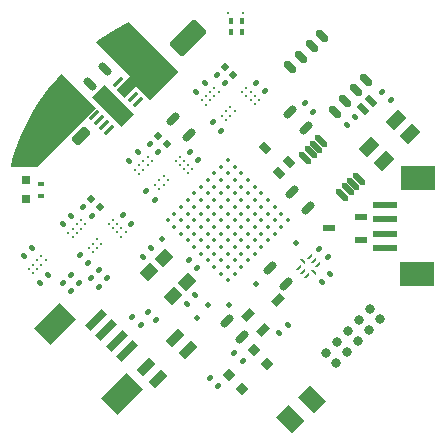
<source format=gtp>
G04*
G04 #@! TF.GenerationSoftware,Altium Limited,Altium Designer,20.0.13 (296)*
G04*
G04 Layer_Color=8421504*
%FSLAX44Y44*%
%MOMM*%
G71*
G01*
G75*
G04:AMPARAMS|DCode=19|XSize=0.4mm|YSize=0.5mm|CornerRadius=0.05mm|HoleSize=0mm|Usage=FLASHONLY|Rotation=45.000|XOffset=0mm|YOffset=0mm|HoleType=Round|Shape=RoundedRectangle|*
%AMROUNDEDRECTD19*
21,1,0.4000,0.4000,0,0,45.0*
21,1,0.3000,0.5000,0,0,45.0*
1,1,0.1000,0.2475,-0.0354*
1,1,0.1000,0.0354,-0.2475*
1,1,0.1000,-0.2475,0.0354*
1,1,0.1000,-0.0354,0.2475*
%
%ADD19ROUNDEDRECTD19*%
G04:AMPARAMS|DCode=20|XSize=0.7mm|YSize=1.25mm|CornerRadius=0.175mm|HoleSize=0mm|Usage=FLASHONLY|Rotation=135.000|XOffset=0mm|YOffset=0mm|HoleType=Round|Shape=RoundedRectangle|*
%AMROUNDEDRECTD20*
21,1,0.7000,0.9000,0,0,135.0*
21,1,0.3500,1.2500,0,0,135.0*
1,1,0.3500,0.1945,0.4419*
1,1,0.3500,0.4419,0.1945*
1,1,0.3500,-0.1945,-0.4419*
1,1,0.3500,-0.4419,-0.1945*
%
%ADD20ROUNDEDRECTD20*%
G04:AMPARAMS|DCode=21|XSize=0.4mm|YSize=0.5mm|CornerRadius=0.05mm|HoleSize=0mm|Usage=FLASHONLY|Rotation=180.000|XOffset=0mm|YOffset=0mm|HoleType=Round|Shape=RoundedRectangle|*
%AMROUNDEDRECTD21*
21,1,0.4000,0.4000,0,0,180.0*
21,1,0.3000,0.5000,0,0,180.0*
1,1,0.1000,-0.1500,0.2000*
1,1,0.1000,0.1500,0.2000*
1,1,0.1000,0.1500,-0.2000*
1,1,0.1000,-0.1500,-0.2000*
%
%ADD21ROUNDEDRECTD21*%
G04:AMPARAMS|DCode=22|XSize=0.4mm|YSize=0.5mm|CornerRadius=0.05mm|HoleSize=0mm|Usage=FLASHONLY|Rotation=315.000|XOffset=0mm|YOffset=0mm|HoleType=Round|Shape=RoundedRectangle|*
%AMROUNDEDRECTD22*
21,1,0.4000,0.4000,0,0,315.0*
21,1,0.3000,0.5000,0,0,315.0*
1,1,0.1000,-0.0354,-0.2475*
1,1,0.1000,-0.2475,-0.0354*
1,1,0.1000,0.0354,0.2475*
1,1,0.1000,0.2475,0.0354*
%
%ADD22ROUNDEDRECTD22*%
%ADD23P,1.1314X4X360.0*%
%ADD24C,0.5000*%
G04:AMPARAMS|DCode=25|XSize=0.7mm|YSize=1.25mm|CornerRadius=0.175mm|HoleSize=0mm|Usage=FLASHONLY|Rotation=45.000|XOffset=0mm|YOffset=0mm|HoleType=Round|Shape=RoundedRectangle|*
%AMROUNDEDRECTD25*
21,1,0.7000,0.9000,0,0,45.0*
21,1,0.3500,1.2500,0,0,45.0*
1,1,0.3500,0.4419,-0.1945*
1,1,0.3500,0.1945,-0.4419*
1,1,0.3500,-0.4419,0.1945*
1,1,0.3500,-0.1945,0.4419*
%
%ADD25ROUNDEDRECTD25*%
%ADD26C,0.3500*%
G04:AMPARAMS|DCode=27|XSize=0.2mm|YSize=0.5mm|CornerRadius=0.05mm|HoleSize=0mm|Usage=FLASHONLY|Rotation=315.000|XOffset=0mm|YOffset=0mm|HoleType=Round|Shape=RoundedRectangle|*
%AMROUNDEDRECTD27*
21,1,0.2000,0.4000,0,0,315.0*
21,1,0.1000,0.5000,0,0,315.0*
1,1,0.1000,-0.1061,-0.1768*
1,1,0.1000,-0.1768,-0.1061*
1,1,0.1000,0.1061,0.1768*
1,1,0.1000,0.1768,0.1061*
%
%ADD27ROUNDEDRECTD27*%
G04:AMPARAMS|DCode=28|XSize=0.2mm|YSize=0.5mm|CornerRadius=0.05mm|HoleSize=0mm|Usage=FLASHONLY|Rotation=45.000|XOffset=0mm|YOffset=0mm|HoleType=Round|Shape=RoundedRectangle|*
%AMROUNDEDRECTD28*
21,1,0.2000,0.4000,0,0,45.0*
21,1,0.1000,0.5000,0,0,45.0*
1,1,0.1000,0.1768,-0.1061*
1,1,0.1000,0.1061,-0.1768*
1,1,0.1000,-0.1768,0.1061*
1,1,0.1000,-0.1061,0.1768*
%
%ADD28ROUNDEDRECTD28*%
G04:AMPARAMS|DCode=29|XSize=0.6mm|YSize=1.05mm|CornerRadius=0mm|HoleSize=0mm|Usage=FLASHONLY|Rotation=135.000|XOffset=0mm|YOffset=0mm|HoleType=Round|Shape=Rectangle|*
%AMROTATEDRECTD29*
4,1,4,0.5834,0.1591,-0.1591,-0.5834,-0.5834,-0.1591,0.1591,0.5834,0.5834,0.1591,0.0*
%
%ADD29ROTATEDRECTD29*%

%ADD30C,0.3000*%
%ADD31C,0.2000*%
G04:AMPARAMS|DCode=32|XSize=0.5mm|YSize=1.35mm|CornerRadius=0mm|HoleSize=0mm|Usage=FLASHONLY|Rotation=45.000|XOffset=0mm|YOffset=0mm|HoleType=Round|Shape=Round|*
%AMOVALD32*
21,1,0.8500,0.5000,0.0000,0.0000,135.0*
1,1,0.5000,0.3005,-0.3005*
1,1,0.5000,-0.3005,0.3005*
%
%ADD32OVALD32*%

%ADD33P,0.7071X4X180.0*%
G04:AMPARAMS|DCode=34|XSize=0.9mm|YSize=1.6mm|CornerRadius=0.225mm|HoleSize=0mm|Usage=FLASHONLY|Rotation=315.000|XOffset=0mm|YOffset=0mm|HoleType=Round|Shape=RoundedRectangle|*
%AMROUNDEDRECTD34*
21,1,0.9000,1.1500,0,0,315.0*
21,1,0.4500,1.6000,0,0,315.0*
1,1,0.4500,-0.2475,-0.5657*
1,1,0.4500,-0.5657,-0.2475*
1,1,0.4500,0.2475,0.5657*
1,1,0.4500,0.5657,0.2475*
%
%ADD34ROUNDEDRECTD34*%
G04:AMPARAMS|DCode=35|XSize=1mm|YSize=0.3mm|CornerRadius=0.075mm|HoleSize=0mm|Usage=FLASHONLY|Rotation=225.000|XOffset=0mm|YOffset=0mm|HoleType=Round|Shape=RoundedRectangle|*
%AMROUNDEDRECTD35*
21,1,1.0000,0.1500,0,0,225.0*
21,1,0.8500,0.3000,0,0,225.0*
1,1,0.1500,-0.3536,-0.2475*
1,1,0.1500,0.2475,0.3536*
1,1,0.1500,0.3536,0.2475*
1,1,0.1500,-0.2475,-0.3536*
%
%ADD35ROUNDEDRECTD35*%
G04:AMPARAMS|DCode=36|XSize=3.5mm|YSize=1.5mm|CornerRadius=0mm|HoleSize=0mm|Usage=FLASHONLY|Rotation=315.000|XOffset=0mm|YOffset=0mm|HoleType=Round|Shape=Rectangle|*
%AMROTATEDRECTD36*
4,1,4,-1.7678,0.7071,-0.7071,1.7678,1.7678,-0.7071,0.7071,-1.7678,-1.7678,0.7071,0.0*
%
%ADD36ROTATEDRECTD36*%

%ADD37R,0.8000X0.8000*%
G04:AMPARAMS|DCode=38|XSize=0.4mm|YSize=0.5mm|CornerRadius=0.05mm|HoleSize=0mm|Usage=FLASHONLY|Rotation=90.000|XOffset=0mm|YOffset=0mm|HoleType=Round|Shape=RoundedRectangle|*
%AMROUNDEDRECTD38*
21,1,0.4000,0.4000,0,0,90.0*
21,1,0.3000,0.5000,0,0,90.0*
1,1,0.1000,0.2000,0.1500*
1,1,0.1000,0.2000,-0.1500*
1,1,0.1000,-0.2000,-0.1500*
1,1,0.1000,-0.2000,0.1500*
%
%ADD38ROUNDEDRECTD38*%
G04:AMPARAMS|DCode=39|XSize=3mm|YSize=1.6mm|CornerRadius=0.2mm|HoleSize=0mm|Usage=FLASHONLY|Rotation=225.000|XOffset=0mm|YOffset=0mm|HoleType=Round|Shape=RoundedRectangle|*
%AMROUNDEDRECTD39*
21,1,3.0000,1.2000,0,0,225.0*
21,1,2.6000,1.6000,0,0,225.0*
1,1,0.4000,-1.3435,-0.4950*
1,1,0.4000,0.4950,1.3435*
1,1,0.4000,1.3435,0.4950*
1,1,0.4000,-0.4950,-1.3435*
%
%ADD39ROUNDEDRECTD39*%
G04:AMPARAMS|DCode=40|XSize=0.65mm|YSize=1.3mm|CornerRadius=0mm|HoleSize=0mm|Usage=FLASHONLY|Rotation=45.000|XOffset=0mm|YOffset=0mm|HoleType=Round|Shape=Round|*
%AMOVALD40*
21,1,0.6500,0.6500,0.0000,0.0000,135.0*
1,1,0.6500,0.2298,-0.2298*
1,1,0.6500,-0.2298,0.2298*
%
%ADD40OVALD40*%

G04:AMPARAMS|DCode=41|XSize=0.5mm|YSize=1mm|CornerRadius=0mm|HoleSize=0mm|Usage=FLASHONLY|Rotation=225.000|XOffset=0mm|YOffset=0mm|HoleType=Round|Shape=Rectangle|*
%AMROTATEDRECTD41*
4,1,4,-0.1768,0.5303,0.5303,-0.1768,0.1768,-0.5303,-0.5303,0.1768,-0.1768,0.5303,0.0*
%
%ADD41ROTATEDRECTD41*%

%ADD42R,3.0000X2.0000*%
%ADD43R,2.0000X0.6000*%
G04:AMPARAMS|DCode=44|XSize=1mm|YSize=1.5mm|CornerRadius=0mm|HoleSize=0mm|Usage=FLASHONLY|Rotation=135.000|XOffset=0mm|YOffset=0mm|HoleType=Round|Shape=Rectangle|*
%AMROTATEDRECTD44*
4,1,4,0.8839,0.1768,-0.1768,-0.8839,-0.8839,-0.1768,0.1768,0.8839,0.8839,0.1768,0.0*
%
%ADD44ROTATEDRECTD44*%

G04:AMPARAMS|DCode=45|XSize=2mm|YSize=3mm|CornerRadius=0mm|HoleSize=0mm|Usage=FLASHONLY|Rotation=315.000|XOffset=0mm|YOffset=0mm|HoleType=Round|Shape=Rectangle|*
%AMROTATEDRECTD45*
4,1,4,-1.7678,-0.3536,0.3536,1.7678,1.7678,0.3536,-0.3536,-1.7678,-1.7678,-0.3536,0.0*
%
%ADD45ROTATEDRECTD45*%

G04:AMPARAMS|DCode=46|XSize=0.6mm|YSize=2mm|CornerRadius=0mm|HoleSize=0mm|Usage=FLASHONLY|Rotation=315.000|XOffset=0mm|YOffset=0mm|HoleType=Round|Shape=Rectangle|*
%AMROTATEDRECTD46*
4,1,4,-0.9192,-0.4950,0.4950,0.9192,0.9192,0.4950,-0.4950,-0.9192,-0.9192,-0.4950,0.0*
%
%ADD46ROTATEDRECTD46*%

G04:AMPARAMS|DCode=47|XSize=0.8mm|YSize=1.5mm|CornerRadius=0mm|HoleSize=0mm|Usage=FLASHONLY|Rotation=135.000|XOffset=0mm|YOffset=0mm|HoleType=Round|Shape=Rectangle|*
%AMROTATEDRECTD47*
4,1,4,0.8132,0.2475,-0.2475,-0.8132,-0.8132,-0.2475,0.2475,0.8132,0.8132,0.2475,0.0*
%
%ADD47ROTATEDRECTD47*%

G04:AMPARAMS|DCode=48|XSize=1mm|YSize=1.2mm|CornerRadius=0mm|HoleSize=0mm|Usage=FLASHONLY|Rotation=135.000|XOffset=0mm|YOffset=0mm|HoleType=Round|Shape=Rectangle|*
%AMROTATEDRECTD48*
4,1,4,0.7778,0.0707,-0.0707,-0.7778,-0.7778,-0.0707,0.0707,0.7778,0.7778,0.0707,0.0*
%
%ADD48ROTATEDRECTD48*%

%ADD49C,0.8000*%
%ADD50R,1.0500X0.6000*%
G04:AMPARAMS|DCode=51|XSize=0.6mm|YSize=0.9mm|CornerRadius=0mm|HoleSize=0mm|Usage=FLASHONLY|Rotation=225.000|XOffset=0mm|YOffset=0mm|HoleType=Round|Shape=Rectangle|*
%AMROTATEDRECTD51*
4,1,4,-0.1061,0.5303,0.5303,-0.1061,0.1061,-0.5303,-0.5303,0.1061,-0.1061,0.5303,0.0*
%
%ADD51ROTATEDRECTD51*%

G36*
X1510012Y925098D02*
X1499512Y914598D01*
X1486012Y928098D01*
X1496512Y938598D01*
X1510012Y925098D01*
D02*
G37*
G36*
X1491987Y907902D02*
X1481487Y897402D01*
X1467988Y910902D01*
X1478487Y921402D01*
X1491987Y907902D01*
D02*
G37*
G36*
X1315000Y1173000D02*
X1265000Y1123000D01*
X1243000Y1123000D01*
X1244350Y1128524D01*
X1247759Y1139374D01*
X1251863Y1149982D01*
X1256643Y1160302D01*
X1262081Y1170291D01*
X1268152Y1179909D01*
X1274833Y1189113D01*
X1282094Y1197867D01*
X1286000Y1202000D01*
X1286000Y1202000D01*
X1315000Y1173000D01*
D02*
G37*
G36*
X1385250Y1203750D02*
X1360891Y1179391D01*
X1349141Y1191141D01*
X1339536Y1181535D01*
X1332536Y1188536D01*
X1344220Y1200220D01*
X1315557Y1228884D01*
X1315557Y1228884D01*
X1315557Y1228884D01*
X1315557Y1228884D01*
X1318838Y1231291D01*
X1325623Y1235787D01*
X1332614Y1239954D01*
X1339795Y1243785D01*
X1343473Y1245527D01*
X1385250Y1203750D01*
D02*
G37*
G54D19*
X1267929Y1024734D02*
D03*
X1275000Y1031805D02*
D03*
X1392165Y1007265D02*
D03*
X1399236Y1014335D02*
D03*
X1506465Y1025465D02*
D03*
X1513535Y1032535D02*
D03*
X1477535Y989535D02*
D03*
X1470464Y982465D02*
D03*
X1261000Y1054805D02*
D03*
X1253929Y1047733D02*
D03*
X1362071Y1054071D02*
D03*
X1355000Y1047000D02*
D03*
X1350638Y1135274D02*
D03*
X1343567Y1128202D02*
D03*
X1407137Y1193774D02*
D03*
X1400067Y1186702D02*
D03*
X1294137Y1081773D02*
D03*
X1287067Y1074702D02*
D03*
X1527657Y1158515D02*
D03*
X1534728Y1165586D02*
D03*
G54D20*
X1494511Y1088179D02*
D03*
X1481075Y1101614D02*
D03*
X1439273Y979282D02*
D03*
X1425838Y992717D02*
D03*
X1380283Y1163417D02*
D03*
X1393718Y1149982D02*
D03*
X1493270Y1156048D02*
D03*
X1479835Y1169483D02*
D03*
X1462282Y1037717D02*
D03*
X1475718Y1024282D02*
D03*
G54D21*
X1439300Y1247000D02*
D03*
X1429300D02*
D03*
X1439300Y1237000D02*
D03*
X1429300D02*
D03*
G54D22*
X1293746Y1031805D02*
D03*
X1300816Y1024734D02*
D03*
X1317779Y1021535D02*
D03*
X1310708Y1028606D02*
D03*
X1400935Y1037065D02*
D03*
X1393865Y1044135D02*
D03*
X1418535Y937465D02*
D03*
X1411465Y944535D02*
D03*
X1439535Y958465D02*
D03*
X1432465Y965535D02*
D03*
X1286929Y1025071D02*
D03*
X1294000Y1018000D02*
D03*
X1324850Y1028606D02*
D03*
X1317780Y1035677D02*
D03*
X1504465Y1053536D02*
D03*
X1511535Y1046465D02*
D03*
X1365030Y1095307D02*
D03*
X1357960Y1102378D02*
D03*
X1394460Y1135702D02*
D03*
X1401530Y1128631D02*
D03*
X1360960Y1142378D02*
D03*
X1368031Y1135307D02*
D03*
X1421530Y1153807D02*
D03*
X1414460Y1160878D02*
D03*
X1450960Y1194202D02*
D03*
X1458031Y1187131D02*
D03*
X1417460Y1200878D02*
D03*
X1424531Y1193808D02*
D03*
X1308531Y1041808D02*
D03*
X1301460Y1048879D02*
D03*
X1337960Y1082202D02*
D03*
X1345031Y1075131D02*
D03*
X1304460Y1088878D02*
D03*
X1311531Y1081807D02*
D03*
X1499281Y1169837D02*
D03*
X1492210Y1176908D02*
D03*
X1557657Y1186586D02*
D03*
X1564728Y1179514D02*
D03*
X1353234Y989092D02*
D03*
X1346163Y996163D02*
D03*
X1365962Y993335D02*
D03*
X1358891Y1000405D02*
D03*
G54D23*
X1460455Y956545D02*
D03*
X1449000Y968000D02*
D03*
X1439000Y935000D02*
D03*
X1427545Y946455D02*
D03*
G54D24*
X1485000Y1058712D02*
D03*
X1370744Y1061751D02*
D03*
X1427500Y1006000D02*
D03*
X1451000Y1024000D02*
D03*
X1409928Y1006000D02*
D03*
X1400582Y995000D02*
D03*
G54D25*
X1482282Y911282D02*
D03*
X1495717Y924718D02*
D03*
X1310324Y1193239D02*
D03*
X1296889Y1179803D02*
D03*
X1323283Y1206282D02*
D03*
X1336718Y1219717D02*
D03*
G54D26*
X1398614Y1055299D02*
D03*
X1404271Y1060956D02*
D03*
X1477810Y1077927D02*
D03*
X1472153Y1072270D02*
D03*
X1466496Y1066613D02*
D03*
X1460840Y1060956D02*
D03*
X1455183Y1055299D02*
D03*
X1449526Y1049642D02*
D03*
X1443869Y1043985D02*
D03*
X1438212Y1038329D02*
D03*
X1432555Y1032671D02*
D03*
X1426898Y1027015D02*
D03*
X1472153Y1083583D02*
D03*
X1466496Y1077927D02*
D03*
X1460840Y1072270D02*
D03*
X1455183Y1066612D02*
D03*
X1449526Y1060956D02*
D03*
X1443869Y1055299D02*
D03*
X1438212Y1049642D02*
D03*
X1432555Y1043985D02*
D03*
X1426898Y1038328D02*
D03*
X1421242Y1032671D02*
D03*
X1466496Y1089240D02*
D03*
X1460840Y1083583D02*
D03*
X1455183Y1077927D02*
D03*
X1449526Y1072270D02*
D03*
X1443869Y1066612D02*
D03*
X1438212Y1060956D02*
D03*
X1432555Y1055299D02*
D03*
X1426898Y1049642D02*
D03*
X1421242Y1043985D02*
D03*
X1415585Y1038329D02*
D03*
X1460840Y1094897D02*
D03*
X1455183Y1089240D02*
D03*
X1449526Y1083583D02*
D03*
X1443869Y1077927D02*
D03*
X1438212Y1072270D02*
D03*
X1432555Y1066613D02*
D03*
X1426898Y1060956D02*
D03*
X1421242Y1055299D02*
D03*
X1415585Y1049642D02*
D03*
X1409928Y1043985D02*
D03*
X1455183Y1100554D02*
D03*
X1449526Y1094897D02*
D03*
X1443869Y1089240D02*
D03*
X1438212Y1083583D02*
D03*
X1432555Y1077927D02*
D03*
X1426898Y1072270D02*
D03*
X1421242Y1066613D02*
D03*
X1415585Y1060956D02*
D03*
X1409928Y1055299D02*
D03*
X1404271Y1049642D02*
D03*
X1449526Y1106210D02*
D03*
X1443869Y1100554D02*
D03*
X1438212Y1094897D02*
D03*
X1432555Y1089240D02*
D03*
X1426898Y1083583D02*
D03*
X1421242Y1077927D02*
D03*
X1415585Y1072270D02*
D03*
X1409928Y1066612D02*
D03*
X1443869Y1111868D02*
D03*
X1438212Y1106211D02*
D03*
X1432555Y1100554D02*
D03*
X1426898Y1094897D02*
D03*
X1421242Y1089240D02*
D03*
X1415585Y1083583D02*
D03*
X1409928Y1077927D02*
D03*
X1404271Y1072270D02*
D03*
X1398614Y1066612D02*
D03*
X1392957Y1060956D02*
D03*
X1438212Y1117524D02*
D03*
X1432555Y1111868D02*
D03*
X1426898Y1106210D02*
D03*
X1421242Y1100554D02*
D03*
X1415585Y1094897D02*
D03*
X1409928Y1089240D02*
D03*
X1404271Y1083583D02*
D03*
X1398614Y1077927D02*
D03*
X1392957Y1072270D02*
D03*
X1387301Y1066612D02*
D03*
X1432555Y1123181D02*
D03*
X1426898Y1117524D02*
D03*
X1421242Y1111868D02*
D03*
X1415585Y1106211D02*
D03*
X1409928Y1100554D02*
D03*
X1404271Y1094897D02*
D03*
X1398614Y1089240D02*
D03*
X1392957Y1083583D02*
D03*
X1387301Y1077927D02*
D03*
X1381644Y1072270D02*
D03*
X1426898Y1128838D02*
D03*
X1421242Y1123181D02*
D03*
X1415585Y1117524D02*
D03*
X1409928Y1111868D02*
D03*
X1404271Y1106210D02*
D03*
X1398614Y1100554D02*
D03*
X1392957Y1094897D02*
D03*
X1387301Y1089240D02*
D03*
X1381644Y1083583D02*
D03*
X1375987Y1077927D02*
D03*
G54D27*
X1496122Y1046657D02*
D03*
X1499657Y1043121D02*
D03*
X1503192Y1039586D02*
D03*
X1494000Y1030394D02*
D03*
X1490464Y1033929D02*
D03*
X1486929Y1037465D02*
D03*
G54D28*
X1499657Y1033929D02*
D03*
X1490464Y1043121D02*
D03*
G54D29*
X1443560Y997995D02*
D03*
X1456995Y984560D02*
D03*
X1469723Y1010723D02*
D03*
G54D30*
X1427000Y1253697D02*
D03*
X1439428D02*
D03*
G54D31*
X1269000Y1047371D02*
D03*
X1272536Y1043836D02*
D03*
X1265465Y1043836D02*
D03*
X1269000Y1040300D02*
D03*
X1261929D02*
D03*
X1265465Y1036764D02*
D03*
X1258393D02*
D03*
X1261929Y1033229D02*
D03*
X1372512Y1115146D02*
D03*
X1376047Y1111611D02*
D03*
X1368976D02*
D03*
X1372512Y1108075D02*
D03*
X1365441D02*
D03*
X1368976Y1104540D02*
D03*
X1396779Y1121131D02*
D03*
X1393244Y1117596D02*
D03*
Y1124667D02*
D03*
X1389709Y1121131D02*
D03*
Y1128202D02*
D03*
X1386173Y1124667D02*
D03*
Y1131738D02*
D03*
X1382638Y1128202D02*
D03*
X1351924Y1117272D02*
D03*
X1348389Y1120808D02*
D03*
X1355460Y1120808D02*
D03*
X1351925Y1124343D02*
D03*
X1358995D02*
D03*
X1355460Y1127879D02*
D03*
X1362531D02*
D03*
X1358995Y1131414D02*
D03*
X1429012Y1173646D02*
D03*
X1432547Y1170111D02*
D03*
X1425476D02*
D03*
X1429012Y1166575D02*
D03*
X1421941D02*
D03*
X1425476Y1163040D02*
D03*
X1408425Y1175772D02*
D03*
X1404889Y1179308D02*
D03*
X1411960Y1179308D02*
D03*
X1408425Y1182844D02*
D03*
X1415495D02*
D03*
X1411960Y1186379D02*
D03*
X1419031D02*
D03*
X1415495Y1189914D02*
D03*
X1453279Y1179631D02*
D03*
X1449744Y1176096D02*
D03*
Y1183167D02*
D03*
X1446208Y1179631D02*
D03*
Y1186702D02*
D03*
X1442673Y1183167D02*
D03*
Y1190238D02*
D03*
X1439138Y1186702D02*
D03*
X1316012Y1061646D02*
D03*
X1319547Y1058111D02*
D03*
X1312476Y1058111D02*
D03*
X1316012Y1054575D02*
D03*
X1308941D02*
D03*
X1312476Y1051040D02*
D03*
X1340280Y1067631D02*
D03*
X1336744Y1064096D02*
D03*
Y1071167D02*
D03*
X1333208Y1067631D02*
D03*
Y1074702D02*
D03*
X1329673Y1071167D02*
D03*
Y1078238D02*
D03*
X1326138Y1074702D02*
D03*
X1295424Y1063772D02*
D03*
X1291889Y1067308D02*
D03*
X1298960D02*
D03*
X1295424Y1070843D02*
D03*
X1302495Y1070843D02*
D03*
X1298960Y1074379D02*
D03*
X1306031Y1074379D02*
D03*
X1302495Y1077914D02*
D03*
G54D32*
X1501565Y1140031D02*
D03*
X1523839Y1099372D02*
D03*
X1528435Y1103969D02*
D03*
X1533031Y1108565D02*
D03*
X1537628Y1113161D02*
D03*
X1492372Y1130839D02*
D03*
X1496969Y1135435D02*
D03*
X1506161Y1144628D02*
D03*
G54D33*
X1367924Y1149449D02*
D03*
X1374995Y1142378D02*
D03*
X1424424Y1207949D02*
D03*
X1431495Y1200878D02*
D03*
X1311424Y1095949D02*
D03*
X1318495Y1088878D02*
D03*
G54D34*
X1282247Y1169753D02*
D03*
X1302753Y1149247D02*
D03*
G54D35*
X1326465Y1153994D02*
D03*
X1322222Y1158236D02*
D03*
X1317979Y1162479D02*
D03*
X1313737Y1166722D02*
D03*
X1309494Y1170964D02*
D03*
X1333536Y1195006D02*
D03*
X1337778Y1190764D02*
D03*
X1342021Y1186521D02*
D03*
X1346263Y1182278D02*
D03*
X1350506Y1178036D02*
D03*
G54D36*
X1330000Y1174500D02*
D03*
G54D37*
X1256000Y1095800D02*
D03*
X1256000Y1112000D02*
D03*
G54D38*
X1268500Y1108500D02*
D03*
Y1098500D02*
D03*
G54D39*
X1393056Y1232556D02*
D03*
X1361944Y1201444D02*
D03*
G54D40*
X1517268Y1169791D02*
D03*
X1526248Y1178771D02*
D03*
X1535228Y1187752D02*
D03*
X1544209Y1196732D02*
D03*
X1479791Y1207268D02*
D03*
X1488772Y1216248D02*
D03*
X1497752Y1225228D02*
D03*
X1506732Y1234209D02*
D03*
G54D41*
X1541380Y1172222D02*
D03*
X1547744Y1178586D02*
D03*
G54D42*
X1588000Y1114000D02*
D03*
X1587000Y1032000D02*
D03*
G54D43*
X1560000Y1066000D02*
D03*
Y1054000D02*
D03*
Y1079000D02*
D03*
Y1091000D02*
D03*
G54D44*
X1558757Y1128029D02*
D03*
X1546737Y1140050D02*
D03*
X1581385Y1150657D02*
D03*
X1569364Y1162678D02*
D03*
G54D45*
X1337678Y931109D02*
D03*
X1280402Y989799D02*
D03*
G54D46*
X1323536Y984849D02*
D03*
X1315051Y993335D02*
D03*
X1332728Y975657D02*
D03*
X1341213Y967171D02*
D03*
G54D47*
X1368083Y943130D02*
D03*
X1357477Y953736D02*
D03*
X1392832Y967879D02*
D03*
X1382225Y978485D02*
D03*
G54D48*
X1392256Y1025957D02*
D03*
X1372457Y1045756D02*
D03*
X1360437Y1033736D02*
D03*
X1380235Y1013937D02*
D03*
G54D49*
X1546201Y984949D02*
D03*
X1537716Y993435D02*
D03*
X1518624Y957373D02*
D03*
X1510139Y965858D02*
D03*
X1555393Y994142D02*
D03*
X1546908Y1002627D02*
D03*
X1537009Y975757D02*
D03*
X1527816Y966565D02*
D03*
X1519331Y975050D02*
D03*
X1528523Y984243D02*
D03*
G54D50*
X1539750Y1061500D02*
D03*
Y1080500D02*
D03*
X1512250Y1071000D02*
D03*
G54D51*
X1469855Y1118288D02*
D03*
X1479048Y1127480D02*
D03*
X1458541Y1138794D02*
D03*
M02*

</source>
